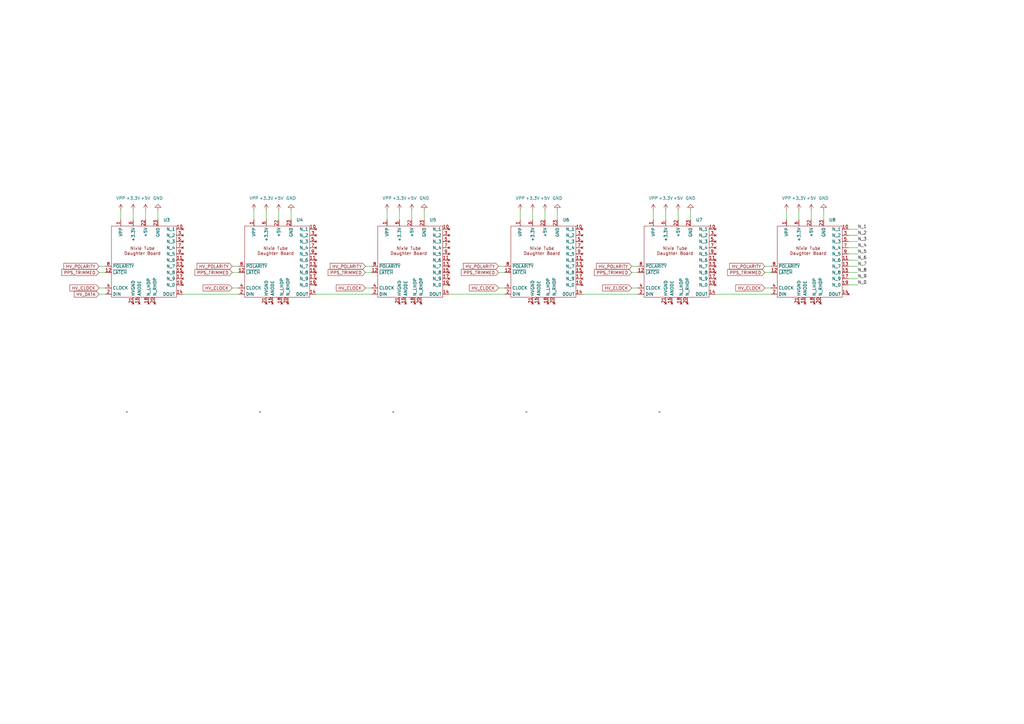
<source format=kicad_sch>
(kicad_sch (version 20230121) (generator eeschema)
  (paper "A3")
  (title_block (title "Nixies"))
  (lib_symbols
    (symbol "00_lib:nixie_daughter_board"
      (property "Reference" "U3" (at 21.2441 31.75 0))
      (property "Value" "~" (at -48.26 -46.99 0))
      (symbol "nixie_daughter_board_0_1"
        (rectangle (start 0 29.21) (end 26.67 0))
      )
      (symbol "nixie_daughter_board_1_1"
        (text "Nixie Tube\nDaughter Board" (at 12.7 19.05 0) (effects (font (size 1.27 1.27))))
        (pin power_in line (at 3.81 31.75 270) (length 2.54) (name "VPP") (number "1"))
        (pin no_connect line (at 29.21 27.94 180) (length 2.54) (name "N_1") (number "10"))
        (pin no_connect line (at 29.21 15.24 180) (length 2.54) (name "N_6") (number "11"))
        (pin input line (at -2.54 10.16 0) (length 2.54) (name "~{LATCH}") (number "12"))
        (pin no_connect line (at 29.21 12.7 180) (length 2.54) (name "N_7") (number "13"))
        (pin output line (at 29.21 1.27 180) (length 2.54) (name "DOUT") (number "14"))
        (pin no_connect line (at 29.21 10.16 180) (length 2.54) (name "N_8") (number "15"))
        (pin no_connect line (at 11.43 -2.54 90) (length 2.54) (name "ANODE") (number "16"))
        (pin no_connect line (at 29.21 7.62 180) (length 2.54) (name "N_9") (number "17"))
        (pin no_connect line (at 15.24 -2.54 90) (length 2.54) (name "N_LHDP") (number "18"))
        (pin no_connect line (at 29.21 5.08 180) (length 2.54) (name "N_0") (number "19"))
        (pin input line (at -2.54 1.27 0) (length 2.54) (name "DIN") (number "2"))
        (pin no_connect line (at 17.78 -2.54 90) (length 2.54) (name "N_RHDP") (number "20"))
        (pin no_connect line (at 8.89 -2.54 90) (length 2.54) (name "HVGND") (number "21"))
        (pin power_in line (at 13.97 31.75 270) (length 2.54) (name "+5V") (number "22"))
        (pin power_in line (at 19.05 31.75 270) (length 2.54) (name "GND") (number "23"))
        (pin no_connect line (at 29.21 25.4 180) (length 2.54) (name "N_2") (number "3"))
        (pin input line (at -2.54 3.81 0) (length 2.54) (name "CLOCK") (number "4"))
        (pin no_connect line (at 29.21 22.86 180) (length 2.54) (name "N_3") (number "5"))
        (pin power_in line (at 8.89 31.75 270) (length 2.54) (name "+3.3V") (number "6"))
        (pin no_connect line (at 29.21 20.32 180) (length 2.54) (name "N_4") (number "7"))
        (pin input line (at -2.54 12.7 0) (length 2.54) (name "~{POLARITY}") (number "8"))
        (pin no_connect line (at 29.21 17.78 180) (length 2.54) (name "N_5") (number "9"))
      )
    )
    (symbol "nixie_daughter_board_1"
      (property "Reference" "U8" (at 21.2441 31.75 0))
      (property "Value" "~" (at -48.26 -46.99 0))
      (symbol "nixie_daughter_board_1_0_1"
        (rectangle (start 0 29.21) (end 26.67 0))
      )
      (symbol "nixie_daughter_board_1_1_1"
        (text "Nixie Tube\nDaughter Board" (at 12.7 19.05 0) (effects (font (size 1.27 1.27))))
        (pin power_in line (at 3.81 31.75 270) (length 2.54) (name "VPP") (number "1"))
        (pin output line (at 29.21 27.94 180) (length 2.54) (name "N_1") (number "10"))
        (pin output line (at 29.21 15.24 180) (length 2.54) (name "N_6") (number "11"))
        (pin input line (at -2.54 10.16 0) (length 2.54) (name "~{LATCH}") (number "12"))
        (pin output line (at 29.21 12.7 180) (length 2.54) (name "N_7") (number "13"))
        (pin no_connect line (at 29.21 1.27 180) (length 2.54) (name "DOUT") (number "14"))
        (pin output line (at 29.21 10.16 180) (length 2.54) (name "N_8") (number "15"))
        (pin no_connect line (at 11.43 -2.54 90) (length 2.54) (name "ANODE") (number "16"))
        (pin output line (at 29.21 7.62 180) (length 2.54) (name "N_9") (number "17"))
        (pin no_connect line (at 15.24 -2.54 90) (length 2.54) (name "N_LHDP") (number "18"))
        (pin output line (at 29.21 5.08 180) (length 2.54) (name "N_0") (number "19"))
        (pin input line (at -2.54 1.27 0) (length 2.54) (name "DIN") (number "2"))
        (pin no_connect line (at 17.78 -2.54 90) (length 2.54) (name "N_RHDP") (number "20"))
        (pin no_connect line (at 8.89 -2.54 90) (length 2.54) (name "HVGND") (number "21"))
        (pin power_in line (at 13.97 31.75 270) (length 2.54) (name "+5V") (number "22"))
        (pin power_in line (at 19.05 31.75 270) (length 2.54) (name "GND") (number "23"))
        (pin output line (at 29.21 25.4 180) (length 2.54) (name "N_2") (number "3"))
        (pin input line (at -2.54 3.81 0) (length 2.54) (name "CLOCK") (number "4"))
        (pin output line (at 29.21 22.86 180) (length 2.54) (name "N_3") (number "5"))
        (pin power_in line (at 8.89 31.75 270) (length 2.54) (name "+3.3V") (number "6"))
        (pin output line (at 29.21 20.32 180) (length 2.54) (name "N_4") (number "7"))
        (pin input line (at -2.54 12.7 0) (length 2.54) (name "~{POLARITY}") (number "8"))
        (pin output line (at 29.21 17.78 180) (length 2.54) (name "N_5") (number "9"))
      )
    )
    (symbol "power:+3.3V" (power) (pin_names (offset 0))
      (property "Value" "+3.3V" (at 0 3.556 0))
      (symbol "+3.3V_0_1"
        (polyline (pts (xy -0.762 1.27) (xy 0 2.54)))
        (polyline (pts (xy 0 0) (xy 0 2.54)))
        (polyline (pts (xy 0 2.54) (xy 0.762 1.27)))
      )
      (symbol "+3.3V_1_1"
        (pin power_in line (at 0 0 90) (length 0) hide (name "+3.3V") (number "1"))
      )
    )
    (symbol "power:+5V" (power) (pin_names (offset 0))
      (property "Value" "+5V" (at 0 3.556 0))
      (symbol "+5V_0_1"
        (polyline (pts (xy -0.762 1.27) (xy 0 2.54)))
        (polyline (pts (xy 0 0) (xy 0 2.54)))
        (polyline (pts (xy 0 2.54) (xy 0.762 1.27)))
      )
      (symbol "+5V_1_1"
        (pin power_in line (at 0 0 90) (length 0) hide (name "+5V") (number "1"))
      )
    )
    (symbol "power:GND" (power) (pin_names (offset 0))
      (property "Value" "GND" (at 0 -3.81 0))
      (symbol "GND_0_1"
        (polyline (pts (xy 0 0) (xy 0 -1.27) (xy 1.27 -1.27) (xy 0 -2.54) (xy -1.27 -1.27) (xy 0 -1.27)))
      )
      (symbol "GND_1_1"
        (pin power_in line (at 0 0 270) (length 0) hide (name "GND") (number "1"))
      )
    )
    (symbol "power:VPP" (power) (pin_names (offset 0))
      (property "Value" "VPP" (at 0 3.81 0))
      (symbol "VPP_0_1"
        (polyline (pts (xy -0.762 1.27) (xy 0 2.54)))
        (polyline (pts (xy 0 0) (xy 0 2.54)))
        (polyline (pts (xy 0 2.54) (xy 0.762 1.27)))
      )
      (symbol "VPP_1_1"
        (pin power_in line (at 0 0 90) (length 0) hide (name "VPP") (number "1"))
      )
    )
  )
  (wire (pts (xy 259.08 109.22) (xy 261.62 109.22)))
  (wire (pts (xy 40.64 111.76) (xy 43.18 111.76)))
  (wire (pts (xy 313.69 111.76) (xy 316.23 111.76)))
  (wire (pts (xy 95.25 118.11) (xy 97.79 118.11)))
  (wire (pts (xy 347.98 111.76) (xy 351.79 111.76)))
  (wire (pts (xy 204.47 111.76) (xy 207.01 111.76)))
  (wire (pts (xy 283.21 86.36) (xy 283.21 90.17)))
  (wire (pts (xy 158.75 86.36) (xy 158.75 90.17)))
  (wire (pts (xy 173.99 86.36) (xy 173.99 90.17)))
  (wire (pts (xy 95.25 109.22) (xy 97.79 109.22)))
  (wire (pts (xy 104.14 86.36) (xy 104.14 90.17)))
  (wire (pts (xy 184.15 120.65) (xy 207.01 120.65)))
  (wire (pts (xy 149.86 109.22) (xy 152.4 109.22)))
  (wire (pts (xy 347.98 93.98) (xy 351.79 93.98)))
  (wire (pts (xy 347.98 109.22) (xy 351.79 109.22)))
  (wire (pts (xy 223.52 86.36) (xy 223.52 90.17)))
  (wire (pts (xy 347.98 99.06) (xy 351.79 99.06)))
  (wire (pts (xy 129.54 120.65) (xy 152.4 120.65)))
  (wire (pts (xy 168.91 86.36) (xy 168.91 90.17)))
  (wire (pts (xy 347.98 104.14) (xy 351.79 104.14)))
  (wire (pts (xy 347.98 116.84) (xy 351.79 116.84)))
  (wire (pts (xy 204.47 118.11) (xy 207.01 118.11)))
  (wire (pts (xy 238.76 120.65) (xy 261.62 120.65)))
  (wire (pts (xy 119.38 86.36) (xy 119.38 90.17)))
  (wire (pts (xy 74.93 120.65) (xy 97.79 120.65)))
  (wire (pts (xy 95.25 111.76) (xy 97.79 111.76)))
  (wire (pts (xy 293.37 120.65) (xy 316.23 120.65)))
  (wire (pts (xy 327.66 86.36) (xy 327.66 90.17)))
  (wire (pts (xy 40.64 118.11) (xy 43.18 118.11)))
  (wire (pts (xy 267.97 86.36) (xy 267.97 90.17)))
  (wire (pts (xy 313.69 109.22) (xy 316.23 109.22)))
  (wire (pts (xy 64.77 86.36) (xy 64.77 90.17)))
  (wire (pts (xy 278.13 86.36) (xy 278.13 90.17)))
  (wire (pts (xy 109.22 86.36) (xy 109.22 90.17)))
  (wire (pts (xy 149.86 111.76) (xy 152.4 111.76)))
  (wire (pts (xy 213.36 86.36) (xy 213.36 90.17)))
  (wire (pts (xy 54.61 86.36) (xy 54.61 90.17)))
  (wire (pts (xy 273.05 86.36) (xy 273.05 90.17)))
  (wire (pts (xy 218.44 86.36) (xy 218.44 90.17)))
  (wire (pts (xy 259.08 111.76) (xy 261.62 111.76)))
  (wire (pts (xy 163.83 86.36) (xy 163.83 90.17)))
  (wire (pts (xy 114.3 86.36) (xy 114.3 90.17)))
  (wire (pts (xy 40.64 109.22) (xy 43.18 109.22)))
  (wire (pts (xy 259.08 118.11) (xy 261.62 118.11)))
  (wire (pts (xy 149.86 118.11) (xy 152.4 118.11)))
  (wire (pts (xy 40.64 120.65) (xy 43.18 120.65)))
  (wire (pts (xy 59.69 86.36) (xy 59.69 90.17)))
  (wire (pts (xy 313.69 118.11) (xy 316.23 118.11)))
  (wire (pts (xy 347.98 114.3) (xy 351.79 114.3)))
  (wire (pts (xy 332.74 86.36) (xy 332.74 90.17)))
  (wire (pts (xy 347.98 96.52) (xy 351.79 96.52)))
  (wire (pts (xy 322.58 86.36) (xy 322.58 90.17)))
  (wire (pts (xy 337.82 86.36) (xy 337.82 90.17)))
  (wire (pts (xy 49.53 86.36) (xy 49.53 90.17)))
  (wire (pts (xy 228.6 86.36) (xy 228.6 90.17)))
  (wire (pts (xy 204.47 109.22) (xy 207.01 109.22)))
  (wire (pts (xy 347.98 106.68) (xy 351.79 106.68)))
  (wire (pts (xy 347.98 101.6) (xy 351.79 101.6)))
  (label "N_5" (at 351.79 104.14 0))
  (label "N_6" (at 351.79 106.68 0))
  (label "N_4" (at 351.79 101.6 0))
  (label "N_9" (at 351.79 114.3 0))
  (label "N_1" (at 351.79 93.98 0))
  (label "N_7" (at 351.79 109.22 0))
  (label "N_3" (at 351.79 99.06 0))
  (label "N_8" (at 351.79 111.76 0))
  (label "N_2" (at 351.79 96.52 0))
  (label "N_0" (at 351.79 116.84 0))
  (global_label "HV_POLARITY" (shape input) (at 95.25 109.22 180) (property "Intersheetrefs" "${INTERSHEET_REFS}" (effects hide)))
  (global_label "HV_POLARITY" (shape input) (at 313.69 109.22 180) (property "Intersheetrefs" "${INTERSHEET_REFS}" (effects hide)))
  (global_label "HV_CLOCK" (shape input) (at 149.86 118.11 180) (property "Intersheetrefs" "${INTERSHEET_REFS}" (effects hide)))
  (global_label "HV_CLOCK" (shape input) (at 40.64 118.11 180) (property "Intersheetrefs" "${INTERSHEET_REFS}" (effects hide)))
  (global_label "PPS_TRIMMED" (shape input) (at 40.64 111.76 180) (property "Intersheetrefs" "${INTERSHEET_REFS}" (effects hide)))
  (global_label "PPS_TRIMMED" (shape input) (at 149.86 111.76 180) (property "Intersheetrefs" "${INTERSHEET_REFS}" (effects hide)))
  (global_label "HV_CLOCK" (shape input) (at 204.47 118.11 180) (property "Intersheetrefs" "${INTERSHEET_REFS}" (effects hide)))
  (global_label "HV_DATA" (shape input) (at 40.64 120.65 180) (property "Intersheetrefs" "${INTERSHEET_REFS}" (effects hide)))
  (global_label "PPS_TRIMMED" (shape input) (at 259.08 111.76 180) (property "Intersheetrefs" "${INTERSHEET_REFS}" (effects hide)))
  (global_label "PPS_TRIMMED" (shape input) (at 95.25 111.76 180) (property "Intersheetrefs" "${INTERSHEET_REFS}" (effects hide)))
  (global_label "PPS_TRIMMED" (shape input) (at 313.69 111.76 180) (property "Intersheetrefs" "${INTERSHEET_REFS}" (effects hide)))
  (global_label "PPS_TRIMMED" (shape input) (at 204.47 111.76 180) (property "Intersheetrefs" "${INTERSHEET_REFS}" (effects hide)))
  (global_label "HV_CLOCK" (shape input) (at 95.25 118.11 180) (property "Intersheetrefs" "${INTERSHEET_REFS}" (effects hide)))
  (global_label "HV_POLARITY" (shape input) (at 40.64 109.22 180) (property "Intersheetrefs" "${INTERSHEET_REFS}" (effects hide)))
  (global_label "HV_CLOCK" (shape input) (at 259.08 118.11 180) (property "Intersheetrefs" "${INTERSHEET_REFS}" (effects hide)))
  (global_label "HV_POLARITY" (shape input) (at 149.86 109.22 180) (property "Intersheetrefs" "${INTERSHEET_REFS}" (effects hide)))
  (global_label "HV_CLOCK" (shape input) (at 313.69 118.11 180) (property "Intersheetrefs" "${INTERSHEET_REFS}" (effects hide)))
  (global_label "HV_POLARITY" (shape input) (at 259.08 109.22 180) (property "Intersheetrefs" "${INTERSHEET_REFS}" (effects hide)))
  (global_label "HV_POLARITY" (shape input) (at 204.47 109.22 180) (property "Intersheetrefs" "${INTERSHEET_REFS}" (effects hide)))
  (symbol (lib_name "nixie_daughter_board_1") (lib_id "00_lib:nixie_daughter_board") (at 318.77 121.92 0) (unit 1)
    (property "Reference" "U8" (at 340.0141 90.17 0) (effects (justify left)))
    (property "Value" "~" (at 270.51 168.91 0))
    (property "Footprint" "00_lib:IN-14 daughter board" (effects hide))
  )
  (symbol (lib_id "power:VPP") (at 267.97 86.36 0) (unit 1)
    (property "Reference" "#PWR?" (effects hide))
    (property "Value" "VPP" (at 267.97 81.28 0))
    (instances (project "nixieAccurateClock" (path "" (reference "#PWR?") (unit 1)) (path "" (reference "#PWR041") (unit 1))))
  )
  (symbol (lib_id "power:GND") (at 228.6 86.36 180) (unit 1)
    (property "Reference" "#PWR040" (effects hide))
    (property "Value" "GND" (at 228.6 81.28 0))
  )
  (symbol (lib_id "power:+3.3V") (at 218.44 86.36 0) (unit 1)
    (property "Reference" "#PWR?" (effects hide))
    (property "Value" "+3.3V" (at 218.44 81.28 0))
    (instances (project "nixieAccurateClock" (path "" (reference "#PWR?") (unit 1)) (path "" (reference "#PWR038") (unit 1))))
  )
  (symbol (lib_id "00_lib:nixie_daughter_board") (at 100.33 121.92 0) (unit 1)
    (property "Reference" "U4" (at 121.5741 90.17 0) (effects (justify left)))
    (property "Value" "~" (at 52.07 168.91 0))
    (property "Footprint" "00_lib:IN-14 daughter board" (effects hide))
  )
  (symbol (lib_id "power:+3.3V") (at 109.22 86.36 0) (unit 1)
    (property "Reference" "#PWR?" (effects hide))
    (property "Value" "+3.3V" (at 109.22 81.28 0))
    (instances (project "nixieAccurateClock" (path "" (reference "#PWR?") (unit 1)) (path "" (reference "#PWR030") (unit 1))))
  )
  (symbol (lib_id "00_lib:nixie_daughter_board") (at 45.72 121.92 0) (unit 1)
    (property "Reference" "U3" (at 66.9641 90.17 0) (effects (justify left)))
    (property "Value" "~" (at -2.54 168.91 0))
    (property "Footprint" "00_lib:IN-14 daughter board" (effects hide))
  )
  (symbol (lib_id "power:VPP") (at 322.58 86.36 0) (unit 1)
    (property "Reference" "#PWR?" (effects hide))
    (property "Value" "VPP" (at 322.58 81.28 0))
    (instances (project "nixieAccurateClock" (path "" (reference "#PWR?") (unit 1)) (path "" (reference "#PWR045") (unit 1))))
  )
  (symbol (lib_id "power:VPP") (at 49.53 86.36 0) (unit 1)
    (property "Reference" "#PWR?" (effects hide))
    (property "Value" "VPP" (at 49.53 81.28 0))
    (instances (project "nixieAccurateClock" (path "" (reference "#PWR?") (unit 1)) (path "" (reference "#PWR025") (unit 1))))
  )
  (symbol (lib_id "power:VPP") (at 104.14 86.36 0) (unit 1)
    (property "Reference" "#PWR?" (effects hide))
    (property "Value" "VPP" (at 104.14 81.28 0))
    (instances (project "nixieAccurateClock" (path "" (reference "#PWR?") (unit 1)) (path "" (reference "#PWR029") (unit 1))))
  )
  (symbol (lib_id "power:GND") (at 173.99 86.36 180) (unit 1)
    (property "Reference" "#PWR036" (effects hide))
    (property "Value" "GND" (at 173.99 81.28 0))
  )
  (symbol (lib_id "power:GND") (at 64.77 86.36 180) (unit 1)
    (property "Reference" "#PWR028" (effects hide))
    (property "Value" "GND" (at 64.77 81.28 0))
  )
  (symbol (lib_id "00_lib:nixie_daughter_board") (at 264.16 121.92 0) (unit 1)
    (property "Reference" "U7" (at 285.4041 90.17 0) (effects (justify left)))
    (property "Value" "~" (at 215.9 168.91 0))
    (property "Footprint" "00_lib:IN-14 daughter board" (effects hide))
  )
  (symbol (lib_id "power:VPP") (at 213.36 86.36 0) (unit 1)
    (property "Reference" "#PWR?" (effects hide))
    (property "Value" "VPP" (at 213.36 81.28 0))
    (instances (project "nixieAccurateClock" (path "" (reference "#PWR?") (unit 1)) (path "" (reference "#PWR037") (unit 1))))
  )
  (symbol (lib_id "power:+5V") (at 168.91 86.36 0) (unit 1)
    (property "Reference" "#PWR?" (effects hide))
    (property "Value" "+5V" (at 168.91 81.28 0))
    (instances (project "nixieAccurateClock" (path "" (reference "#PWR?") (unit 1)) (path "" (reference "#PWR035") (unit 1))))
  )
  (symbol (lib_id "power:+3.3V") (at 54.61 86.36 0) (unit 1)
    (property "Reference" "#PWR?" (effects hide))
    (property "Value" "+3.3V" (at 54.61 81.28 0))
    (instances (project "nixieAccurateClock" (path "" (reference "#PWR?") (unit 1)) (path "" (reference "#PWR026") (unit 1))))
  )
  (symbol (lib_id "power:GND") (at 337.82 86.36 180) (unit 1)
    (property "Reference" "#PWR048" (effects hide))
    (property "Value" "GND" (at 337.82 81.28 0))
  )
  (symbol (lib_id "power:+5V") (at 332.74 86.36 0) (unit 1)
    (property "Reference" "#PWR?" (effects hide))
    (property "Value" "+5V" (at 332.74 81.28 0))
    (instances (project "nixieAccurateClock" (path "" (reference "#PWR?") (unit 1)) (path "" (reference "#PWR047") (unit 1))))
  )
  (symbol (lib_id "00_lib:nixie_daughter_board") (at 209.55 121.92 0) (unit 1)
    (property "Reference" "U6" (at 230.7941 90.17 0) (effects (justify left)))
    (property "Value" "~" (at 161.29 168.91 0))
    (property "Footprint" "00_lib:IN-14 daughter board" (effects hide))
  )
  (symbol (lib_id "00_lib:nixie_daughter_board") (at 154.94 121.92 0) (unit 1)
    (property "Reference" "U5" (at 176.1841 90.17 0) (effects (justify left)))
    (property "Value" "~" (at 106.68 168.91 0))
    (property "Footprint" "00_lib:IN-14 daughter board" (effects hide))
  )
  (symbol (lib_id "power:+5V") (at 223.52 86.36 0) (unit 1)
    (property "Reference" "#PWR?" (effects hide))
    (property "Value" "+5V" (at 223.52 81.28 0))
    (instances (project "nixieAccurateClock" (path "" (reference "#PWR?") (unit 1)) (path "" (reference "#PWR039") (unit 1))))
  )
  (symbol (lib_id "power:+3.3V") (at 163.83 86.36 0) (unit 1)
    (property "Reference" "#PWR?" (effects hide))
    (property "Value" "+3.3V" (at 163.83 81.28 0))
    (instances (project "nixieAccurateClock" (path "" (reference "#PWR?") (unit 1)) (path "" (reference "#PWR034") (unit 1))))
  )
  (symbol (lib_id "power:+5V") (at 278.13 86.36 0) (unit 1)
    (property "Reference" "#PWR?" (effects hide))
    (property "Value" "+5V" (at 278.13 81.28 0))
    (instances (project "nixieAccurateClock" (path "" (reference "#PWR?") (unit 1)) (path "" (reference "#PWR043") (unit 1))))
  )
  (symbol (lib_id "power:GND") (at 119.38 86.36 180) (unit 1)
    (property "Reference" "#PWR032" (effects hide))
    (property "Value" "GND" (at 119.38 81.28 0))
  )
  (symbol (lib_id "power:+3.3V") (at 273.05 86.36 0) (unit 1)
    (property "Reference" "#PWR?" (effects hide))
    (property "Value" "+3.3V" (at 273.05 81.28 0))
    (instances (project "nixieAccurateClock" (path "" (reference "#PWR?") (unit 1)) (path "" (reference "#PWR042") (unit 1))))
  )
  (symbol (lib_id "power:+5V") (at 59.69 86.36 0) (unit 1)
    (property "Reference" "#PWR?" (effects hide))
    (property "Value" "+5V" (at 59.69 81.28 0))
    (instances (project "nixieAccurateClock" (path "" (reference "#PWR?") (unit 1)) (path "" (reference "#PWR027") (unit 1))))
  )
  (symbol (lib_id "power:VPP") (at 158.75 86.36 0) (unit 1)
    (property "Reference" "#PWR?" (effects hide))
    (property "Value" "VPP" (at 158.75 81.28 0))
    (instances (project "nixieAccurateClock" (path "" (reference "#PWR?") (unit 1)) (path "" (reference "#PWR033") (unit 1))))
  )
  (symbol (lib_id "power:+3.3V") (at 327.66 86.36 0) (unit 1)
    (property "Reference" "#PWR?" (effects hide))
    (property "Value" "+3.3V" (at 327.66 81.28 0))
    (instances (project "nixieAccurateClock" (path "" (reference "#PWR?") (unit 1)) (path "" (reference "#PWR046") (unit 1))))
  )
  (symbol (lib_id "power:GND") (at 283.21 86.36 180) (unit 1)
    (property "Reference" "#PWR044" (effects hide))
    (property "Value" "GND" (at 283.21 81.28 0))
  )
  (symbol (lib_id "power:+5V") (at 114.3 86.36 0) (unit 1)
    (property "Reference" "#PWR?" (effects hide))
    (property "Value" "+5V" (at 114.3 81.28 0))
    (instances (project "nixieAccurateClock" (path "" (reference "#PWR?") (unit 1)) (path "" (reference "#PWR031") (unit 1))))
  )
)
</source>
